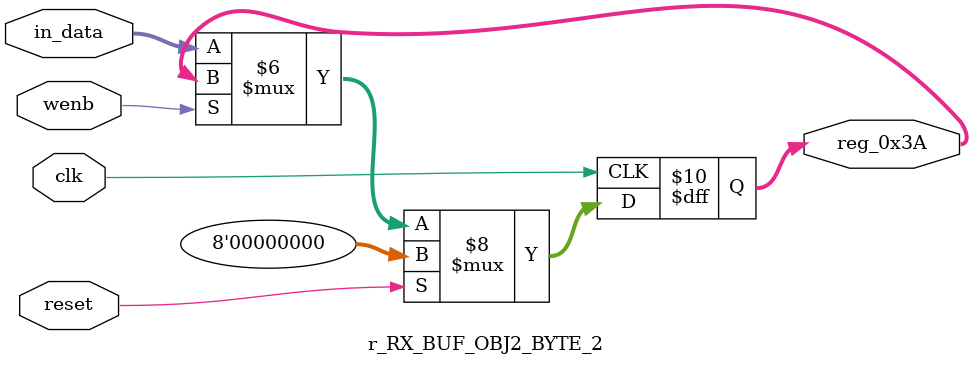
<source format=v>
module r_RX_BUF_OBJ2_BYTE_2(output reg [7:0] reg_0x3A, input wire reset, input wire wenb, input wire [7:0] in_data, input wire clk);
	always@(posedge clk)
	begin
		if(reset==0) begin
			if(wenb==0)
				reg_0x3A<=in_data;
			else
				reg_0x3A<=reg_0x3A;
		end
		else
			reg_0x3A<=8'h00;
	end
endmodule
</source>
